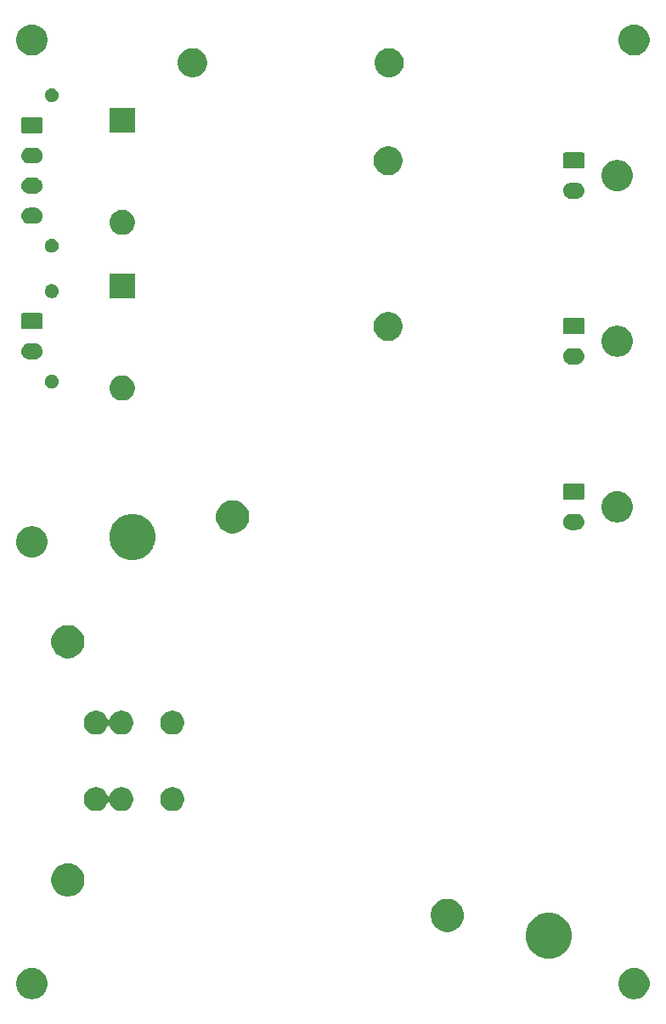
<source format=gbr>
G04 #@! TF.GenerationSoftware,KiCad,Pcbnew,(5.1.5)-3*
G04 #@! TF.CreationDate,2021-01-10T22:56:31-06:00*
G04 #@! TF.ProjectId,ContactorDriver,436f6e74-6163-4746-9f72-447269766572,rev?*
G04 #@! TF.SameCoordinates,Original*
G04 #@! TF.FileFunction,Soldermask,Bot*
G04 #@! TF.FilePolarity,Negative*
%FSLAX46Y46*%
G04 Gerber Fmt 4.6, Leading zero omitted, Abs format (unit mm)*
G04 Created by KiCad (PCBNEW (5.1.5)-3) date 2021-01-10 22:56:31*
%MOMM*%
%LPD*%
G04 APERTURE LIST*
%ADD10C,0.100000*%
G04 APERTURE END LIST*
D10*
G36*
X227302585Y-163478802D02*
G01*
X227452410Y-163508604D01*
X227734674Y-163625521D01*
X227988705Y-163795259D01*
X228204741Y-164011295D01*
X228374479Y-164265326D01*
X228491396Y-164547590D01*
X228551000Y-164847240D01*
X228551000Y-165152760D01*
X228491396Y-165452410D01*
X228374479Y-165734674D01*
X228204741Y-165988705D01*
X227988705Y-166204741D01*
X227734674Y-166374479D01*
X227452410Y-166491396D01*
X227302585Y-166521198D01*
X227152761Y-166551000D01*
X226847239Y-166551000D01*
X226697415Y-166521198D01*
X226547590Y-166491396D01*
X226265326Y-166374479D01*
X226011295Y-166204741D01*
X225795259Y-165988705D01*
X225625521Y-165734674D01*
X225508604Y-165452410D01*
X225449000Y-165152760D01*
X225449000Y-164847240D01*
X225508604Y-164547590D01*
X225625521Y-164265326D01*
X225795259Y-164011295D01*
X226011295Y-163795259D01*
X226265326Y-163625521D01*
X226547590Y-163508604D01*
X226697415Y-163478802D01*
X226847239Y-163449000D01*
X227152761Y-163449000D01*
X227302585Y-163478802D01*
G37*
G36*
X167302585Y-163478802D02*
G01*
X167452410Y-163508604D01*
X167734674Y-163625521D01*
X167988705Y-163795259D01*
X168204741Y-164011295D01*
X168374479Y-164265326D01*
X168491396Y-164547590D01*
X168551000Y-164847240D01*
X168551000Y-165152760D01*
X168491396Y-165452410D01*
X168374479Y-165734674D01*
X168204741Y-165988705D01*
X167988705Y-166204741D01*
X167734674Y-166374479D01*
X167452410Y-166491396D01*
X167302585Y-166521198D01*
X167152761Y-166551000D01*
X166847239Y-166551000D01*
X166697415Y-166521198D01*
X166547590Y-166491396D01*
X166265326Y-166374479D01*
X166011295Y-166204741D01*
X165795259Y-165988705D01*
X165625521Y-165734674D01*
X165508604Y-165452410D01*
X165449000Y-165152760D01*
X165449000Y-164847240D01*
X165508604Y-164547590D01*
X165625521Y-164265326D01*
X165795259Y-164011295D01*
X166011295Y-163795259D01*
X166265326Y-163625521D01*
X166547590Y-163508604D01*
X166697415Y-163478802D01*
X166847239Y-163449000D01*
X167152761Y-163449000D01*
X167302585Y-163478802D01*
G37*
G36*
X219171304Y-158037002D02*
G01*
X219590139Y-158210489D01*
X219590141Y-158210490D01*
X219779891Y-158337277D01*
X219967082Y-158462354D01*
X220287646Y-158782918D01*
X220539511Y-159159861D01*
X220712998Y-159578696D01*
X220801440Y-160023327D01*
X220801440Y-160476673D01*
X220712998Y-160921304D01*
X220539511Y-161340139D01*
X220539510Y-161340141D01*
X220287645Y-161717083D01*
X219967083Y-162037645D01*
X219590141Y-162289510D01*
X219590140Y-162289511D01*
X219590139Y-162289511D01*
X219171304Y-162462998D01*
X218726673Y-162551440D01*
X218273327Y-162551440D01*
X217828696Y-162462998D01*
X217409861Y-162289511D01*
X217409860Y-162289511D01*
X217409859Y-162289510D01*
X217032917Y-162037645D01*
X216712355Y-161717083D01*
X216460490Y-161340141D01*
X216460489Y-161340139D01*
X216287002Y-160921304D01*
X216198560Y-160476673D01*
X216198560Y-160023327D01*
X216287002Y-159578696D01*
X216460489Y-159159861D01*
X216712354Y-158782918D01*
X217032918Y-158462354D01*
X217220109Y-158337277D01*
X217409859Y-158210490D01*
X217409861Y-158210489D01*
X217828696Y-158037002D01*
X218273327Y-157948560D01*
X218726673Y-157948560D01*
X219171304Y-158037002D01*
G37*
G36*
X208775256Y-156591298D02*
G01*
X208881579Y-156612447D01*
X209182042Y-156736903D01*
X209452451Y-156917585D01*
X209682415Y-157147549D01*
X209682416Y-157147551D01*
X209863098Y-157417960D01*
X209987553Y-157718422D01*
X210051000Y-158037389D01*
X210051000Y-158362611D01*
X210008702Y-158575256D01*
X209987553Y-158681579D01*
X209863097Y-158982042D01*
X209682415Y-159252451D01*
X209452451Y-159482415D01*
X209182042Y-159663097D01*
X208881579Y-159787553D01*
X208775256Y-159808702D01*
X208562611Y-159851000D01*
X208237389Y-159851000D01*
X208024744Y-159808702D01*
X207918421Y-159787553D01*
X207617958Y-159663097D01*
X207347549Y-159482415D01*
X207117585Y-159252451D01*
X206936903Y-158982042D01*
X206812447Y-158681579D01*
X206791298Y-158575256D01*
X206749000Y-158362611D01*
X206749000Y-158037389D01*
X206812447Y-157718422D01*
X206936902Y-157417960D01*
X207117584Y-157147551D01*
X207117585Y-157147549D01*
X207347549Y-156917585D01*
X207617958Y-156736903D01*
X207918421Y-156612447D01*
X208024744Y-156591298D01*
X208237389Y-156549000D01*
X208562611Y-156549000D01*
X208775256Y-156591298D01*
G37*
G36*
X170955256Y-153071298D02*
G01*
X171061579Y-153092447D01*
X171362042Y-153216903D01*
X171632451Y-153397585D01*
X171862415Y-153627549D01*
X172043097Y-153897958D01*
X172167553Y-154198421D01*
X172231000Y-154517391D01*
X172231000Y-154842609D01*
X172167553Y-155161579D01*
X172043097Y-155462042D01*
X171862415Y-155732451D01*
X171632451Y-155962415D01*
X171362042Y-156143097D01*
X171061579Y-156267553D01*
X170955256Y-156288702D01*
X170742611Y-156331000D01*
X170417389Y-156331000D01*
X170204744Y-156288702D01*
X170098421Y-156267553D01*
X169797958Y-156143097D01*
X169527549Y-155962415D01*
X169297585Y-155732451D01*
X169116903Y-155462042D01*
X168992447Y-155161579D01*
X168929000Y-154842609D01*
X168929000Y-154517391D01*
X168992447Y-154198421D01*
X169116903Y-153897958D01*
X169297585Y-153627549D01*
X169527549Y-153397585D01*
X169797958Y-153216903D01*
X170098421Y-153092447D01*
X170204744Y-153071298D01*
X170417389Y-153029000D01*
X170742611Y-153029000D01*
X170955256Y-153071298D01*
G37*
G36*
X173728276Y-145471884D02*
G01*
X173945569Y-145561890D01*
X173945571Y-145561891D01*
X174141130Y-145692560D01*
X174307440Y-145858870D01*
X174438110Y-146054431D01*
X174529513Y-146275097D01*
X174534516Y-146291589D01*
X174546067Y-146313199D01*
X174561613Y-146332141D01*
X174580555Y-146347686D01*
X174602165Y-146359237D01*
X174625614Y-146366350D01*
X174650000Y-146368752D01*
X174674387Y-146366350D01*
X174697836Y-146359237D01*
X174719446Y-146347686D01*
X174738388Y-146332140D01*
X174753933Y-146313198D01*
X174765484Y-146291588D01*
X174770486Y-146275098D01*
X174861890Y-146054431D01*
X174992560Y-145858870D01*
X175158870Y-145692560D01*
X175354429Y-145561891D01*
X175354431Y-145561890D01*
X175571724Y-145471884D01*
X175802400Y-145426000D01*
X176037600Y-145426000D01*
X176268276Y-145471884D01*
X176485569Y-145561890D01*
X176485571Y-145561891D01*
X176681130Y-145692560D01*
X176847440Y-145858870D01*
X176978110Y-146054431D01*
X177068116Y-146271724D01*
X177114000Y-146502400D01*
X177114000Y-146737600D01*
X177068116Y-146968276D01*
X176978110Y-147185569D01*
X176978109Y-147185571D01*
X176847440Y-147381130D01*
X176681130Y-147547440D01*
X176485571Y-147678109D01*
X176485570Y-147678110D01*
X176485569Y-147678110D01*
X176268276Y-147768116D01*
X176037600Y-147814000D01*
X175802400Y-147814000D01*
X175571724Y-147768116D01*
X175354431Y-147678110D01*
X175354430Y-147678110D01*
X175354429Y-147678109D01*
X175158870Y-147547440D01*
X174992560Y-147381130D01*
X174861891Y-147185571D01*
X174771885Y-146968277D01*
X174770487Y-146964903D01*
X174765484Y-146948411D01*
X174753933Y-146926801D01*
X174738387Y-146907859D01*
X174719445Y-146892314D01*
X174697835Y-146880763D01*
X174674386Y-146873650D01*
X174650000Y-146871248D01*
X174625613Y-146873650D01*
X174602164Y-146880763D01*
X174580554Y-146892314D01*
X174561612Y-146907860D01*
X174546067Y-146926802D01*
X174534516Y-146948412D01*
X174529514Y-146964902D01*
X174438110Y-147185569D01*
X174438109Y-147185571D01*
X174307440Y-147381130D01*
X174141130Y-147547440D01*
X173945571Y-147678109D01*
X173945570Y-147678110D01*
X173945569Y-147678110D01*
X173728276Y-147768116D01*
X173497600Y-147814000D01*
X173262400Y-147814000D01*
X173031724Y-147768116D01*
X172814431Y-147678110D01*
X172814430Y-147678110D01*
X172814429Y-147678109D01*
X172618870Y-147547440D01*
X172452560Y-147381130D01*
X172321891Y-147185571D01*
X172321890Y-147185569D01*
X172231884Y-146968276D01*
X172186000Y-146737600D01*
X172186000Y-146502400D01*
X172231884Y-146271724D01*
X172321890Y-146054431D01*
X172452560Y-145858870D01*
X172618870Y-145692560D01*
X172814429Y-145561891D01*
X172814431Y-145561890D01*
X173031724Y-145471884D01*
X173262400Y-145426000D01*
X173497600Y-145426000D01*
X173728276Y-145471884D01*
G37*
G36*
X181348276Y-145471884D02*
G01*
X181565569Y-145561890D01*
X181565571Y-145561891D01*
X181761130Y-145692560D01*
X181927440Y-145858870D01*
X182058110Y-146054431D01*
X182148116Y-146271724D01*
X182194000Y-146502400D01*
X182194000Y-146737600D01*
X182148116Y-146968276D01*
X182058110Y-147185569D01*
X182058109Y-147185571D01*
X181927440Y-147381130D01*
X181761130Y-147547440D01*
X181565571Y-147678109D01*
X181565570Y-147678110D01*
X181565569Y-147678110D01*
X181348276Y-147768116D01*
X181117600Y-147814000D01*
X180882400Y-147814000D01*
X180651724Y-147768116D01*
X180434431Y-147678110D01*
X180434430Y-147678110D01*
X180434429Y-147678109D01*
X180238870Y-147547440D01*
X180072560Y-147381130D01*
X179941891Y-147185571D01*
X179941890Y-147185569D01*
X179851884Y-146968276D01*
X179806000Y-146737600D01*
X179806000Y-146502400D01*
X179851884Y-146271724D01*
X179941890Y-146054431D01*
X180072560Y-145858870D01*
X180238870Y-145692560D01*
X180434429Y-145561891D01*
X180434431Y-145561890D01*
X180651724Y-145471884D01*
X180882400Y-145426000D01*
X181117600Y-145426000D01*
X181348276Y-145471884D01*
G37*
G36*
X181348276Y-137851884D02*
G01*
X181565569Y-137941890D01*
X181565571Y-137941891D01*
X181761130Y-138072560D01*
X181927440Y-138238870D01*
X182058110Y-138434431D01*
X182148116Y-138651724D01*
X182194000Y-138882400D01*
X182194000Y-139117600D01*
X182148116Y-139348276D01*
X182058110Y-139565569D01*
X182058109Y-139565571D01*
X181927440Y-139761130D01*
X181761130Y-139927440D01*
X181565571Y-140058109D01*
X181565570Y-140058110D01*
X181565569Y-140058110D01*
X181348276Y-140148116D01*
X181117600Y-140194000D01*
X180882400Y-140194000D01*
X180651724Y-140148116D01*
X180434431Y-140058110D01*
X180434430Y-140058110D01*
X180434429Y-140058109D01*
X180238870Y-139927440D01*
X180072560Y-139761130D01*
X179941891Y-139565571D01*
X179941890Y-139565569D01*
X179851884Y-139348276D01*
X179806000Y-139117600D01*
X179806000Y-138882400D01*
X179851884Y-138651724D01*
X179941890Y-138434431D01*
X180072560Y-138238870D01*
X180238870Y-138072560D01*
X180434429Y-137941891D01*
X180434431Y-137941890D01*
X180651724Y-137851884D01*
X180882400Y-137806000D01*
X181117600Y-137806000D01*
X181348276Y-137851884D01*
G37*
G36*
X173728276Y-137851884D02*
G01*
X173945569Y-137941890D01*
X173945571Y-137941891D01*
X174141130Y-138072560D01*
X174307440Y-138238870D01*
X174438110Y-138434431D01*
X174529513Y-138655097D01*
X174534516Y-138671589D01*
X174546067Y-138693199D01*
X174561613Y-138712141D01*
X174580555Y-138727686D01*
X174602165Y-138739237D01*
X174625614Y-138746350D01*
X174650000Y-138748752D01*
X174674387Y-138746350D01*
X174697836Y-138739237D01*
X174719446Y-138727686D01*
X174738388Y-138712140D01*
X174753933Y-138693198D01*
X174765484Y-138671588D01*
X174770486Y-138655098D01*
X174861890Y-138434431D01*
X174992560Y-138238870D01*
X175158870Y-138072560D01*
X175354429Y-137941891D01*
X175354431Y-137941890D01*
X175571724Y-137851884D01*
X175802400Y-137806000D01*
X176037600Y-137806000D01*
X176268276Y-137851884D01*
X176485569Y-137941890D01*
X176485571Y-137941891D01*
X176681130Y-138072560D01*
X176847440Y-138238870D01*
X176978110Y-138434431D01*
X177068116Y-138651724D01*
X177114000Y-138882400D01*
X177114000Y-139117600D01*
X177068116Y-139348276D01*
X176978110Y-139565569D01*
X176978109Y-139565571D01*
X176847440Y-139761130D01*
X176681130Y-139927440D01*
X176485571Y-140058109D01*
X176485570Y-140058110D01*
X176485569Y-140058110D01*
X176268276Y-140148116D01*
X176037600Y-140194000D01*
X175802400Y-140194000D01*
X175571724Y-140148116D01*
X175354431Y-140058110D01*
X175354430Y-140058110D01*
X175354429Y-140058109D01*
X175158870Y-139927440D01*
X174992560Y-139761130D01*
X174861891Y-139565571D01*
X174771885Y-139348277D01*
X174770487Y-139344903D01*
X174765484Y-139328411D01*
X174753933Y-139306801D01*
X174738387Y-139287859D01*
X174719445Y-139272314D01*
X174697835Y-139260763D01*
X174674386Y-139253650D01*
X174650000Y-139251248D01*
X174625613Y-139253650D01*
X174602164Y-139260763D01*
X174580554Y-139272314D01*
X174561612Y-139287860D01*
X174546067Y-139306802D01*
X174534516Y-139328412D01*
X174529514Y-139344902D01*
X174438110Y-139565569D01*
X174438109Y-139565571D01*
X174307440Y-139761130D01*
X174141130Y-139927440D01*
X173945571Y-140058109D01*
X173945570Y-140058110D01*
X173945569Y-140058110D01*
X173728276Y-140148116D01*
X173497600Y-140194000D01*
X173262400Y-140194000D01*
X173031724Y-140148116D01*
X172814431Y-140058110D01*
X172814430Y-140058110D01*
X172814429Y-140058109D01*
X172618870Y-139927440D01*
X172452560Y-139761130D01*
X172321891Y-139565571D01*
X172321890Y-139565569D01*
X172231884Y-139348276D01*
X172186000Y-139117600D01*
X172186000Y-138882400D01*
X172231884Y-138651724D01*
X172321890Y-138434431D01*
X172452560Y-138238870D01*
X172618870Y-138072560D01*
X172814429Y-137941891D01*
X172814431Y-137941890D01*
X173031724Y-137851884D01*
X173262400Y-137806000D01*
X173497600Y-137806000D01*
X173728276Y-137851884D01*
G37*
G36*
X170955256Y-129331298D02*
G01*
X171061579Y-129352447D01*
X171362042Y-129476903D01*
X171632451Y-129657585D01*
X171862415Y-129887549D01*
X172043097Y-130157958D01*
X172167553Y-130458421D01*
X172231000Y-130777391D01*
X172231000Y-131102609D01*
X172167553Y-131421579D01*
X172043097Y-131722042D01*
X171862415Y-131992451D01*
X171632451Y-132222415D01*
X171362042Y-132403097D01*
X171061579Y-132527553D01*
X170955256Y-132548702D01*
X170742611Y-132591000D01*
X170417389Y-132591000D01*
X170204744Y-132548702D01*
X170098421Y-132527553D01*
X169797958Y-132403097D01*
X169527549Y-132222415D01*
X169297585Y-131992451D01*
X169116903Y-131722042D01*
X168992447Y-131421579D01*
X168929000Y-131102609D01*
X168929000Y-130777391D01*
X168992447Y-130458421D01*
X169116903Y-130157958D01*
X169297585Y-129887549D01*
X169527549Y-129657585D01*
X169797958Y-129476903D01*
X170098421Y-129352447D01*
X170204744Y-129331298D01*
X170417389Y-129289000D01*
X170742611Y-129289000D01*
X170955256Y-129331298D01*
G37*
G36*
X177671304Y-118287002D02*
G01*
X178018625Y-118430867D01*
X178090141Y-118460490D01*
X178228345Y-118552835D01*
X178455687Y-118704740D01*
X178467083Y-118712355D01*
X178787645Y-119032917D01*
X178971459Y-119308013D01*
X179039511Y-119409861D01*
X179212998Y-119828696D01*
X179301440Y-120273327D01*
X179301440Y-120726673D01*
X179212998Y-121171304D01*
X179096560Y-121452410D01*
X179039510Y-121590141D01*
X178787645Y-121967083D01*
X178467083Y-122287645D01*
X178090141Y-122539510D01*
X178090140Y-122539511D01*
X178090139Y-122539511D01*
X177671304Y-122712998D01*
X177226673Y-122801440D01*
X176773327Y-122801440D01*
X176328696Y-122712998D01*
X175909861Y-122539511D01*
X175909860Y-122539511D01*
X175909859Y-122539510D01*
X175532917Y-122287645D01*
X175212355Y-121967083D01*
X174960490Y-121590141D01*
X174903440Y-121452410D01*
X174787002Y-121171304D01*
X174698560Y-120726673D01*
X174698560Y-120273327D01*
X174787002Y-119828696D01*
X174960489Y-119409861D01*
X175028542Y-119308013D01*
X175212355Y-119032917D01*
X175532917Y-118712355D01*
X175544314Y-118704740D01*
X175771655Y-118552835D01*
X175909859Y-118460490D01*
X175981375Y-118430867D01*
X176328696Y-118287002D01*
X176773327Y-118198560D01*
X177226673Y-118198560D01*
X177671304Y-118287002D01*
G37*
G36*
X167302585Y-119478802D02*
G01*
X167452410Y-119508604D01*
X167734674Y-119625521D01*
X167988705Y-119795259D01*
X168204741Y-120011295D01*
X168374479Y-120265326D01*
X168491396Y-120547590D01*
X168491396Y-120547591D01*
X168551000Y-120847239D01*
X168551000Y-121152761D01*
X168547311Y-121171305D01*
X168491396Y-121452410D01*
X168374479Y-121734674D01*
X168204741Y-121988705D01*
X167988705Y-122204741D01*
X167734674Y-122374479D01*
X167452410Y-122491396D01*
X167302585Y-122521198D01*
X167152761Y-122551000D01*
X166847239Y-122551000D01*
X166697415Y-122521198D01*
X166547590Y-122491396D01*
X166265326Y-122374479D01*
X166011295Y-122204741D01*
X165795259Y-121988705D01*
X165625521Y-121734674D01*
X165508604Y-121452410D01*
X165452689Y-121171305D01*
X165449000Y-121152761D01*
X165449000Y-120847239D01*
X165508604Y-120547591D01*
X165508604Y-120547590D01*
X165625521Y-120265326D01*
X165795259Y-120011295D01*
X166011295Y-119795259D01*
X166265326Y-119625521D01*
X166547590Y-119508604D01*
X166697415Y-119478802D01*
X166847239Y-119449000D01*
X167152761Y-119449000D01*
X167302585Y-119478802D01*
G37*
G36*
X187375256Y-116891298D02*
G01*
X187481579Y-116912447D01*
X187782042Y-117036903D01*
X188052451Y-117217585D01*
X188282415Y-117447549D01*
X188463097Y-117717958D01*
X188463098Y-117717960D01*
X188587553Y-118018422D01*
X188651000Y-118337389D01*
X188651000Y-118662611D01*
X188641105Y-118712354D01*
X188587553Y-118981579D01*
X188463097Y-119282042D01*
X188282415Y-119552451D01*
X188052451Y-119782415D01*
X187782042Y-119963097D01*
X187481579Y-120087553D01*
X187375256Y-120108702D01*
X187162611Y-120151000D01*
X186837389Y-120151000D01*
X186624744Y-120108702D01*
X186518421Y-120087553D01*
X186217958Y-119963097D01*
X185947549Y-119782415D01*
X185717585Y-119552451D01*
X185536903Y-119282042D01*
X185412447Y-118981579D01*
X185358895Y-118712354D01*
X185349000Y-118662611D01*
X185349000Y-118337389D01*
X185412447Y-118018422D01*
X185536902Y-117717960D01*
X185536903Y-117717958D01*
X185717585Y-117447549D01*
X185947549Y-117217585D01*
X186217958Y-117036903D01*
X186518421Y-116912447D01*
X186624744Y-116891298D01*
X186837389Y-116849000D01*
X187162611Y-116849000D01*
X187375256Y-116891298D01*
G37*
G36*
X221338571Y-118202863D02*
G01*
X221417023Y-118210590D01*
X221496417Y-118234674D01*
X221568013Y-118256392D01*
X221707165Y-118330771D01*
X221829133Y-118430867D01*
X221929229Y-118552835D01*
X222003608Y-118691987D01*
X222007477Y-118704741D01*
X222049410Y-118842977D01*
X222064875Y-119000000D01*
X222049410Y-119157023D01*
X222018875Y-119257682D01*
X222003608Y-119308013D01*
X221929229Y-119447165D01*
X221829133Y-119569133D01*
X221707165Y-119669229D01*
X221568013Y-119743608D01*
X221517682Y-119758875D01*
X221417023Y-119789410D01*
X221338571Y-119797137D01*
X221299346Y-119801000D01*
X220700654Y-119801000D01*
X220661429Y-119797137D01*
X220582977Y-119789410D01*
X220482318Y-119758875D01*
X220431987Y-119743608D01*
X220292835Y-119669229D01*
X220170867Y-119569133D01*
X220070771Y-119447165D01*
X219996392Y-119308013D01*
X219981125Y-119257682D01*
X219950590Y-119157023D01*
X219935125Y-119000000D01*
X219950590Y-118842977D01*
X219992523Y-118704741D01*
X219996392Y-118691987D01*
X220070771Y-118552835D01*
X220170867Y-118430867D01*
X220292835Y-118330771D01*
X220431987Y-118256392D01*
X220503583Y-118234674D01*
X220582977Y-118210590D01*
X220661429Y-118202863D01*
X220700654Y-118199000D01*
X221299346Y-118199000D01*
X221338571Y-118202863D01*
G37*
G36*
X225622585Y-115978802D02*
G01*
X225772410Y-116008604D01*
X226054674Y-116125521D01*
X226308705Y-116295259D01*
X226524741Y-116511295D01*
X226694479Y-116765326D01*
X226811396Y-117047590D01*
X226871000Y-117347240D01*
X226871000Y-117652760D01*
X226811396Y-117952410D01*
X226694479Y-118234674D01*
X226524741Y-118488705D01*
X226308705Y-118704741D01*
X226054674Y-118874479D01*
X225772410Y-118991396D01*
X225622585Y-119021198D01*
X225472761Y-119051000D01*
X225167239Y-119051000D01*
X225017415Y-119021198D01*
X224867590Y-118991396D01*
X224585326Y-118874479D01*
X224331295Y-118704741D01*
X224115259Y-118488705D01*
X223945521Y-118234674D01*
X223828604Y-117952410D01*
X223769000Y-117652760D01*
X223769000Y-117347240D01*
X223828604Y-117047590D01*
X223945521Y-116765326D01*
X224115259Y-116511295D01*
X224331295Y-116295259D01*
X224585326Y-116125521D01*
X224867590Y-116008604D01*
X225017415Y-115978802D01*
X225167239Y-115949000D01*
X225472761Y-115949000D01*
X225622585Y-115978802D01*
G37*
G36*
X221913048Y-115203122D02*
G01*
X221947387Y-115213539D01*
X221979036Y-115230456D01*
X222006778Y-115253222D01*
X222029544Y-115280964D01*
X222046461Y-115312613D01*
X222056878Y-115346952D01*
X222061000Y-115388807D01*
X222061000Y-116611193D01*
X222056878Y-116653048D01*
X222046461Y-116687387D01*
X222029544Y-116719036D01*
X222006778Y-116746778D01*
X221979036Y-116769544D01*
X221947387Y-116786461D01*
X221913048Y-116796878D01*
X221871193Y-116801000D01*
X220128807Y-116801000D01*
X220086952Y-116796878D01*
X220052613Y-116786461D01*
X220020964Y-116769544D01*
X219993222Y-116746778D01*
X219970456Y-116719036D01*
X219953539Y-116687387D01*
X219943122Y-116653048D01*
X219939000Y-116611193D01*
X219939000Y-115388807D01*
X219943122Y-115346952D01*
X219953539Y-115312613D01*
X219970456Y-115280964D01*
X219993222Y-115253222D01*
X220020964Y-115230456D01*
X220052613Y-115213539D01*
X220086952Y-115203122D01*
X220128807Y-115199000D01*
X221871193Y-115199000D01*
X221913048Y-115203122D01*
G37*
G36*
X176364903Y-104457075D02*
G01*
X176592571Y-104551378D01*
X176797466Y-104688285D01*
X176971715Y-104862534D01*
X177108622Y-105067429D01*
X177108623Y-105067431D01*
X177108679Y-105067566D01*
X177202925Y-105295097D01*
X177251000Y-105536787D01*
X177251000Y-105783213D01*
X177202925Y-106024903D01*
X177108622Y-106252571D01*
X176971715Y-106457466D01*
X176797466Y-106631715D01*
X176592571Y-106768622D01*
X176592570Y-106768623D01*
X176592569Y-106768623D01*
X176364903Y-106862925D01*
X176123214Y-106911000D01*
X175876786Y-106911000D01*
X175635097Y-106862925D01*
X175407431Y-106768623D01*
X175407430Y-106768623D01*
X175407429Y-106768622D01*
X175202534Y-106631715D01*
X175028285Y-106457466D01*
X174891378Y-106252571D01*
X174797075Y-106024903D01*
X174749000Y-105783213D01*
X174749000Y-105536787D01*
X174797075Y-105295097D01*
X174891321Y-105067566D01*
X174891377Y-105067431D01*
X174891378Y-105067429D01*
X175028285Y-104862534D01*
X175202534Y-104688285D01*
X175407429Y-104551378D01*
X175635097Y-104457075D01*
X175876786Y-104409000D01*
X176123214Y-104409000D01*
X176364903Y-104457075D01*
G37*
G36*
X169160098Y-104340362D02*
G01*
X169284941Y-104392074D01*
X169284943Y-104392075D01*
X169310273Y-104409000D01*
X169397299Y-104467149D01*
X169492851Y-104562701D01*
X169567926Y-104675059D01*
X169619638Y-104799902D01*
X169646000Y-104932434D01*
X169646000Y-105067566D01*
X169619638Y-105200098D01*
X169580288Y-105295097D01*
X169567925Y-105324943D01*
X169492851Y-105437299D01*
X169397299Y-105532851D01*
X169284943Y-105607925D01*
X169284942Y-105607926D01*
X169284941Y-105607926D01*
X169160098Y-105659638D01*
X169027566Y-105686000D01*
X168892434Y-105686000D01*
X168759902Y-105659638D01*
X168635059Y-105607926D01*
X168635058Y-105607926D01*
X168635057Y-105607925D01*
X168522701Y-105532851D01*
X168427149Y-105437299D01*
X168352075Y-105324943D01*
X168339712Y-105295097D01*
X168300362Y-105200098D01*
X168274000Y-105067566D01*
X168274000Y-104932434D01*
X168300362Y-104799902D01*
X168352074Y-104675059D01*
X168427149Y-104562701D01*
X168522701Y-104467149D01*
X168609727Y-104409000D01*
X168635057Y-104392075D01*
X168635059Y-104392074D01*
X168759902Y-104340362D01*
X168892434Y-104314000D01*
X169027566Y-104314000D01*
X169160098Y-104340362D01*
G37*
G36*
X221338571Y-101702863D02*
G01*
X221417023Y-101710590D01*
X221496417Y-101734674D01*
X221568013Y-101756392D01*
X221707165Y-101830771D01*
X221829133Y-101930867D01*
X221929229Y-102052835D01*
X222003608Y-102191987D01*
X222007477Y-102204741D01*
X222049410Y-102342977D01*
X222064875Y-102500000D01*
X222049410Y-102657023D01*
X222045707Y-102669229D01*
X222003608Y-102808013D01*
X221929229Y-102947165D01*
X221829133Y-103069133D01*
X221707165Y-103169229D01*
X221568013Y-103243608D01*
X221517682Y-103258875D01*
X221417023Y-103289410D01*
X221338571Y-103297137D01*
X221299346Y-103301000D01*
X220700654Y-103301000D01*
X220661429Y-103297137D01*
X220582977Y-103289410D01*
X220482318Y-103258875D01*
X220431987Y-103243608D01*
X220292835Y-103169229D01*
X220170867Y-103069133D01*
X220070771Y-102947165D01*
X219996392Y-102808013D01*
X219954293Y-102669229D01*
X219950590Y-102657023D01*
X219935125Y-102500000D01*
X219950590Y-102342977D01*
X219992523Y-102204741D01*
X219996392Y-102191987D01*
X220070771Y-102052835D01*
X220170867Y-101930867D01*
X220292835Y-101830771D01*
X220431987Y-101756392D01*
X220503583Y-101734674D01*
X220582977Y-101710590D01*
X220661429Y-101702863D01*
X220700654Y-101699000D01*
X221299346Y-101699000D01*
X221338571Y-101702863D01*
G37*
G36*
X167338571Y-101202863D02*
G01*
X167417023Y-101210590D01*
X167517682Y-101241125D01*
X167568013Y-101256392D01*
X167707165Y-101330771D01*
X167829133Y-101430867D01*
X167929229Y-101552835D01*
X168003608Y-101691987D01*
X168003608Y-101691988D01*
X168049410Y-101842977D01*
X168064875Y-102000000D01*
X168049410Y-102157023D01*
X168038803Y-102191988D01*
X168003608Y-102308013D01*
X167929229Y-102447165D01*
X167829133Y-102569133D01*
X167707165Y-102669229D01*
X167568013Y-102743608D01*
X167517682Y-102758875D01*
X167417023Y-102789410D01*
X167338571Y-102797137D01*
X167299346Y-102801000D01*
X166700654Y-102801000D01*
X166661429Y-102797137D01*
X166582977Y-102789410D01*
X166482318Y-102758875D01*
X166431987Y-102743608D01*
X166292835Y-102669229D01*
X166170867Y-102569133D01*
X166070771Y-102447165D01*
X165996392Y-102308013D01*
X165961197Y-102191988D01*
X165950590Y-102157023D01*
X165935125Y-102000000D01*
X165950590Y-101842977D01*
X165996392Y-101691988D01*
X165996392Y-101691987D01*
X166070771Y-101552835D01*
X166170867Y-101430867D01*
X166292835Y-101330771D01*
X166431987Y-101256392D01*
X166482318Y-101241125D01*
X166582977Y-101210590D01*
X166661429Y-101202863D01*
X166700654Y-101199000D01*
X167299346Y-101199000D01*
X167338571Y-101202863D01*
G37*
G36*
X225622585Y-99478802D02*
G01*
X225772410Y-99508604D01*
X226054674Y-99625521D01*
X226308705Y-99795259D01*
X226524741Y-100011295D01*
X226694479Y-100265326D01*
X226811396Y-100547590D01*
X226871000Y-100847240D01*
X226871000Y-101152760D01*
X226811396Y-101452410D01*
X226694479Y-101734674D01*
X226524741Y-101988705D01*
X226308705Y-102204741D01*
X226054674Y-102374479D01*
X225772410Y-102491396D01*
X225622585Y-102521198D01*
X225472761Y-102551000D01*
X225167239Y-102551000D01*
X225017415Y-102521198D01*
X224867590Y-102491396D01*
X224585326Y-102374479D01*
X224331295Y-102204741D01*
X224115259Y-101988705D01*
X223945521Y-101734674D01*
X223828604Y-101452410D01*
X223769000Y-101152760D01*
X223769000Y-100847240D01*
X223828604Y-100547590D01*
X223945521Y-100265326D01*
X224115259Y-100011295D01*
X224331295Y-99795259D01*
X224585326Y-99625521D01*
X224867590Y-99508604D01*
X225017415Y-99478802D01*
X225167239Y-99449000D01*
X225472761Y-99449000D01*
X225622585Y-99478802D01*
G37*
G36*
X202923241Y-98129760D02*
G01*
X203187305Y-98239139D01*
X203424958Y-98397934D01*
X203627066Y-98600042D01*
X203785861Y-98837695D01*
X203895240Y-99101759D01*
X203951000Y-99382088D01*
X203951000Y-99667912D01*
X203895240Y-99948241D01*
X203785861Y-100212305D01*
X203627066Y-100449958D01*
X203424958Y-100652066D01*
X203187305Y-100810861D01*
X202923241Y-100920240D01*
X202642912Y-100976000D01*
X202357088Y-100976000D01*
X202076759Y-100920240D01*
X201812695Y-100810861D01*
X201575042Y-100652066D01*
X201372934Y-100449958D01*
X201214139Y-100212305D01*
X201104760Y-99948241D01*
X201049000Y-99667912D01*
X201049000Y-99382088D01*
X201104760Y-99101759D01*
X201214139Y-98837695D01*
X201372934Y-98600042D01*
X201575042Y-98397934D01*
X201812695Y-98239139D01*
X202076759Y-98129760D01*
X202357088Y-98074000D01*
X202642912Y-98074000D01*
X202923241Y-98129760D01*
G37*
G36*
X221913048Y-98703122D02*
G01*
X221947387Y-98713539D01*
X221979036Y-98730456D01*
X222006778Y-98753222D01*
X222029544Y-98780964D01*
X222046461Y-98812613D01*
X222056878Y-98846952D01*
X222061000Y-98888807D01*
X222061000Y-100111193D01*
X222056878Y-100153048D01*
X222046461Y-100187387D01*
X222029544Y-100219036D01*
X222006778Y-100246778D01*
X221979036Y-100269544D01*
X221947387Y-100286461D01*
X221913048Y-100296878D01*
X221871193Y-100301000D01*
X220128807Y-100301000D01*
X220086952Y-100296878D01*
X220052613Y-100286461D01*
X220020964Y-100269544D01*
X219993222Y-100246778D01*
X219970456Y-100219036D01*
X219953539Y-100187387D01*
X219943122Y-100153048D01*
X219939000Y-100111193D01*
X219939000Y-98888807D01*
X219943122Y-98846952D01*
X219953539Y-98812613D01*
X219970456Y-98780964D01*
X219993222Y-98753222D01*
X220020964Y-98730456D01*
X220052613Y-98713539D01*
X220086952Y-98703122D01*
X220128807Y-98699000D01*
X221871193Y-98699000D01*
X221913048Y-98703122D01*
G37*
G36*
X167913048Y-98203122D02*
G01*
X167947387Y-98213539D01*
X167979036Y-98230456D01*
X168006778Y-98253222D01*
X168029544Y-98280964D01*
X168046461Y-98312613D01*
X168056878Y-98346952D01*
X168061000Y-98388807D01*
X168061000Y-99611193D01*
X168056878Y-99653048D01*
X168046461Y-99687387D01*
X168029544Y-99719036D01*
X168006778Y-99746778D01*
X167979036Y-99769544D01*
X167947387Y-99786461D01*
X167913048Y-99796878D01*
X167871193Y-99801000D01*
X166128807Y-99801000D01*
X166086952Y-99796878D01*
X166052613Y-99786461D01*
X166020964Y-99769544D01*
X165993222Y-99746778D01*
X165970456Y-99719036D01*
X165953539Y-99687387D01*
X165943122Y-99653048D01*
X165939000Y-99611193D01*
X165939000Y-98388807D01*
X165943122Y-98346952D01*
X165953539Y-98312613D01*
X165970456Y-98280964D01*
X165993222Y-98253222D01*
X166020964Y-98230456D01*
X166052613Y-98213539D01*
X166086952Y-98203122D01*
X166128807Y-98199000D01*
X167871193Y-98199000D01*
X167913048Y-98203122D01*
G37*
G36*
X177251000Y-96751000D02*
G01*
X174749000Y-96751000D01*
X174749000Y-94249000D01*
X177251000Y-94249000D01*
X177251000Y-96751000D01*
G37*
G36*
X169160098Y-95340362D02*
G01*
X169284941Y-95392074D01*
X169284943Y-95392075D01*
X169397299Y-95467149D01*
X169492851Y-95562701D01*
X169567926Y-95675059D01*
X169619638Y-95799902D01*
X169646000Y-95932434D01*
X169646000Y-96067566D01*
X169619638Y-96200098D01*
X169567926Y-96324941D01*
X169567925Y-96324943D01*
X169492851Y-96437299D01*
X169397299Y-96532851D01*
X169284943Y-96607925D01*
X169284942Y-96607926D01*
X169284941Y-96607926D01*
X169160098Y-96659638D01*
X169027566Y-96686000D01*
X168892434Y-96686000D01*
X168759902Y-96659638D01*
X168635059Y-96607926D01*
X168635058Y-96607926D01*
X168635057Y-96607925D01*
X168522701Y-96532851D01*
X168427149Y-96437299D01*
X168352075Y-96324943D01*
X168352074Y-96324941D01*
X168300362Y-96200098D01*
X168274000Y-96067566D01*
X168274000Y-95932434D01*
X168300362Y-95799902D01*
X168352074Y-95675059D01*
X168427149Y-95562701D01*
X168522701Y-95467149D01*
X168635057Y-95392075D01*
X168635059Y-95392074D01*
X168759902Y-95340362D01*
X168892434Y-95314000D01*
X169027566Y-95314000D01*
X169160098Y-95340362D01*
G37*
G36*
X169160098Y-90840362D02*
G01*
X169284941Y-90892074D01*
X169284943Y-90892075D01*
X169397299Y-90967149D01*
X169492851Y-91062701D01*
X169567926Y-91175059D01*
X169619638Y-91299902D01*
X169646000Y-91432434D01*
X169646000Y-91567566D01*
X169619638Y-91700098D01*
X169567926Y-91824941D01*
X169567925Y-91824943D01*
X169492851Y-91937299D01*
X169397299Y-92032851D01*
X169284943Y-92107925D01*
X169284942Y-92107926D01*
X169284941Y-92107926D01*
X169160098Y-92159638D01*
X169027566Y-92186000D01*
X168892434Y-92186000D01*
X168759902Y-92159638D01*
X168635059Y-92107926D01*
X168635058Y-92107926D01*
X168635057Y-92107925D01*
X168522701Y-92032851D01*
X168427149Y-91937299D01*
X168352075Y-91824943D01*
X168352074Y-91824941D01*
X168300362Y-91700098D01*
X168274000Y-91567566D01*
X168274000Y-91432434D01*
X168300362Y-91299902D01*
X168352074Y-91175059D01*
X168427149Y-91062701D01*
X168522701Y-90967149D01*
X168635057Y-90892075D01*
X168635059Y-90892074D01*
X168759902Y-90840362D01*
X168892434Y-90814000D01*
X169027566Y-90814000D01*
X169160098Y-90840362D01*
G37*
G36*
X176364903Y-87957075D02*
G01*
X176592571Y-88051378D01*
X176797466Y-88188285D01*
X176971715Y-88362534D01*
X176971716Y-88362536D01*
X177108623Y-88567431D01*
X177202925Y-88795097D01*
X177251000Y-89036786D01*
X177251000Y-89283214D01*
X177247462Y-89301000D01*
X177202925Y-89524903D01*
X177108622Y-89752571D01*
X176971715Y-89957466D01*
X176797466Y-90131715D01*
X176592571Y-90268622D01*
X176592570Y-90268623D01*
X176592569Y-90268623D01*
X176364903Y-90362925D01*
X176123214Y-90411000D01*
X175876786Y-90411000D01*
X175635097Y-90362925D01*
X175407431Y-90268623D01*
X175407430Y-90268623D01*
X175407429Y-90268622D01*
X175202534Y-90131715D01*
X175028285Y-89957466D01*
X174891378Y-89752571D01*
X174797075Y-89524903D01*
X174752538Y-89301000D01*
X174749000Y-89283214D01*
X174749000Y-89036786D01*
X174797075Y-88795097D01*
X174891377Y-88567431D01*
X175028284Y-88362536D01*
X175028285Y-88362534D01*
X175202534Y-88188285D01*
X175407429Y-88051378D01*
X175635097Y-87957075D01*
X175876786Y-87909000D01*
X176123214Y-87909000D01*
X176364903Y-87957075D01*
G37*
G36*
X167338571Y-87702863D02*
G01*
X167417023Y-87710590D01*
X167517682Y-87741125D01*
X167568013Y-87756392D01*
X167707165Y-87830771D01*
X167829133Y-87930867D01*
X167929229Y-88052835D01*
X168003608Y-88191987D01*
X168003608Y-88191988D01*
X168049410Y-88342977D01*
X168064875Y-88500000D01*
X168049410Y-88657023D01*
X168018875Y-88757682D01*
X168003608Y-88808013D01*
X167929229Y-88947165D01*
X167829133Y-89069133D01*
X167707165Y-89169229D01*
X167568013Y-89243608D01*
X167517682Y-89258875D01*
X167417023Y-89289410D01*
X167338571Y-89297137D01*
X167299346Y-89301000D01*
X166700654Y-89301000D01*
X166661429Y-89297137D01*
X166582977Y-89289410D01*
X166482318Y-89258875D01*
X166431987Y-89243608D01*
X166292835Y-89169229D01*
X166170867Y-89069133D01*
X166070771Y-88947165D01*
X165996392Y-88808013D01*
X165981125Y-88757682D01*
X165950590Y-88657023D01*
X165935125Y-88500000D01*
X165950590Y-88342977D01*
X165996392Y-88191988D01*
X165996392Y-88191987D01*
X166070771Y-88052835D01*
X166170867Y-87930867D01*
X166292835Y-87830771D01*
X166431987Y-87756392D01*
X166482318Y-87741125D01*
X166582977Y-87710590D01*
X166661429Y-87702863D01*
X166700654Y-87699000D01*
X167299346Y-87699000D01*
X167338571Y-87702863D01*
G37*
G36*
X221338571Y-85202863D02*
G01*
X221417023Y-85210590D01*
X221496417Y-85234674D01*
X221568013Y-85256392D01*
X221707165Y-85330771D01*
X221829133Y-85430867D01*
X221929229Y-85552835D01*
X222003608Y-85691987D01*
X222007477Y-85704741D01*
X222049410Y-85842977D01*
X222064875Y-86000000D01*
X222049410Y-86157023D01*
X222045707Y-86169229D01*
X222003608Y-86308013D01*
X221929229Y-86447165D01*
X221829133Y-86569133D01*
X221707165Y-86669229D01*
X221568013Y-86743608D01*
X221517682Y-86758875D01*
X221417023Y-86789410D01*
X221338571Y-86797137D01*
X221299346Y-86801000D01*
X220700654Y-86801000D01*
X220661429Y-86797137D01*
X220582977Y-86789410D01*
X220482318Y-86758875D01*
X220431987Y-86743608D01*
X220292835Y-86669229D01*
X220170867Y-86569133D01*
X220070771Y-86447165D01*
X219996392Y-86308013D01*
X219954293Y-86169229D01*
X219950590Y-86157023D01*
X219935125Y-86000000D01*
X219950590Y-85842977D01*
X219992523Y-85704741D01*
X219996392Y-85691987D01*
X220070771Y-85552835D01*
X220170867Y-85430867D01*
X220292835Y-85330771D01*
X220431987Y-85256392D01*
X220503583Y-85234674D01*
X220582977Y-85210590D01*
X220661429Y-85202863D01*
X220700654Y-85199000D01*
X221299346Y-85199000D01*
X221338571Y-85202863D01*
G37*
G36*
X167338571Y-84702863D02*
G01*
X167417023Y-84710590D01*
X167517682Y-84741125D01*
X167568013Y-84756392D01*
X167707165Y-84830771D01*
X167829133Y-84930867D01*
X167929229Y-85052835D01*
X168003608Y-85191987D01*
X168003608Y-85191988D01*
X168049410Y-85342977D01*
X168064875Y-85500000D01*
X168049410Y-85657023D01*
X168038803Y-85691988D01*
X168003608Y-85808013D01*
X167929229Y-85947165D01*
X167829133Y-86069133D01*
X167707165Y-86169229D01*
X167568013Y-86243608D01*
X167517682Y-86258875D01*
X167417023Y-86289410D01*
X167338571Y-86297137D01*
X167299346Y-86301000D01*
X166700654Y-86301000D01*
X166661429Y-86297137D01*
X166582977Y-86289410D01*
X166482318Y-86258875D01*
X166431987Y-86243608D01*
X166292835Y-86169229D01*
X166170867Y-86069133D01*
X166070771Y-85947165D01*
X165996392Y-85808013D01*
X165961197Y-85691988D01*
X165950590Y-85657023D01*
X165935125Y-85500000D01*
X165950590Y-85342977D01*
X165996392Y-85191988D01*
X165996392Y-85191987D01*
X166070771Y-85052835D01*
X166170867Y-84930867D01*
X166292835Y-84830771D01*
X166431987Y-84756392D01*
X166482318Y-84741125D01*
X166582977Y-84710590D01*
X166661429Y-84702863D01*
X166700654Y-84699000D01*
X167299346Y-84699000D01*
X167338571Y-84702863D01*
G37*
G36*
X225622585Y-82978802D02*
G01*
X225772410Y-83008604D01*
X226054674Y-83125521D01*
X226308705Y-83295259D01*
X226524741Y-83511295D01*
X226694479Y-83765326D01*
X226811396Y-84047590D01*
X226871000Y-84347240D01*
X226871000Y-84652760D01*
X226811396Y-84952410D01*
X226694479Y-85234674D01*
X226524741Y-85488705D01*
X226308705Y-85704741D01*
X226054674Y-85874479D01*
X225772410Y-85991396D01*
X225622585Y-86021198D01*
X225472761Y-86051000D01*
X225167239Y-86051000D01*
X225017415Y-86021198D01*
X224867590Y-85991396D01*
X224585326Y-85874479D01*
X224331295Y-85704741D01*
X224115259Y-85488705D01*
X223945521Y-85234674D01*
X223828604Y-84952410D01*
X223769000Y-84652760D01*
X223769000Y-84347240D01*
X223828604Y-84047590D01*
X223945521Y-83765326D01*
X224115259Y-83511295D01*
X224331295Y-83295259D01*
X224585326Y-83125521D01*
X224867590Y-83008604D01*
X225017415Y-82978802D01*
X225167239Y-82949000D01*
X225472761Y-82949000D01*
X225622585Y-82978802D01*
G37*
G36*
X202923241Y-81629760D02*
G01*
X203187305Y-81739139D01*
X203424958Y-81897934D01*
X203627066Y-82100042D01*
X203785861Y-82337695D01*
X203895240Y-82601759D01*
X203951000Y-82882088D01*
X203951000Y-83167912D01*
X203895240Y-83448241D01*
X203785861Y-83712305D01*
X203627066Y-83949958D01*
X203424958Y-84152066D01*
X203187305Y-84310861D01*
X202923241Y-84420240D01*
X202642912Y-84476000D01*
X202357088Y-84476000D01*
X202076759Y-84420240D01*
X201812695Y-84310861D01*
X201575042Y-84152066D01*
X201372934Y-83949958D01*
X201214139Y-83712305D01*
X201104760Y-83448241D01*
X201049000Y-83167912D01*
X201049000Y-82882088D01*
X201104760Y-82601759D01*
X201214139Y-82337695D01*
X201372934Y-82100042D01*
X201575042Y-81897934D01*
X201812695Y-81739139D01*
X202076759Y-81629760D01*
X202357088Y-81574000D01*
X202642912Y-81574000D01*
X202923241Y-81629760D01*
G37*
G36*
X221913048Y-82203122D02*
G01*
X221947387Y-82213539D01*
X221979036Y-82230456D01*
X222006778Y-82253222D01*
X222029544Y-82280964D01*
X222046461Y-82312613D01*
X222056878Y-82346952D01*
X222061000Y-82388807D01*
X222061000Y-83611193D01*
X222056878Y-83653048D01*
X222046461Y-83687387D01*
X222029544Y-83719036D01*
X222006778Y-83746778D01*
X221979036Y-83769544D01*
X221947387Y-83786461D01*
X221913048Y-83796878D01*
X221871193Y-83801000D01*
X220128807Y-83801000D01*
X220086952Y-83796878D01*
X220052613Y-83786461D01*
X220020964Y-83769544D01*
X219993222Y-83746778D01*
X219970456Y-83719036D01*
X219953539Y-83687387D01*
X219943122Y-83653048D01*
X219939000Y-83611193D01*
X219939000Y-82388807D01*
X219943122Y-82346952D01*
X219953539Y-82312613D01*
X219970456Y-82280964D01*
X219993222Y-82253222D01*
X220020964Y-82230456D01*
X220052613Y-82213539D01*
X220086952Y-82203122D01*
X220128807Y-82199000D01*
X221871193Y-82199000D01*
X221913048Y-82203122D01*
G37*
G36*
X167338571Y-81702863D02*
G01*
X167417023Y-81710590D01*
X167511136Y-81739139D01*
X167568013Y-81756392D01*
X167707165Y-81830771D01*
X167829133Y-81930867D01*
X167929229Y-82052835D01*
X168003608Y-82191987D01*
X168011900Y-82219324D01*
X168049410Y-82342977D01*
X168064875Y-82500000D01*
X168049410Y-82657023D01*
X168018875Y-82757682D01*
X168003608Y-82808013D01*
X167929229Y-82947165D01*
X167829133Y-83069133D01*
X167707165Y-83169229D01*
X167568013Y-83243608D01*
X167517682Y-83258875D01*
X167417023Y-83289410D01*
X167338571Y-83297137D01*
X167299346Y-83301000D01*
X166700654Y-83301000D01*
X166661429Y-83297137D01*
X166582977Y-83289410D01*
X166482318Y-83258875D01*
X166431987Y-83243608D01*
X166292835Y-83169229D01*
X166170867Y-83069133D01*
X166070771Y-82947165D01*
X165996392Y-82808013D01*
X165981125Y-82757682D01*
X165950590Y-82657023D01*
X165935125Y-82500000D01*
X165950590Y-82342977D01*
X165988100Y-82219324D01*
X165996392Y-82191987D01*
X166070771Y-82052835D01*
X166170867Y-81930867D01*
X166292835Y-81830771D01*
X166431987Y-81756392D01*
X166488864Y-81739139D01*
X166582977Y-81710590D01*
X166661429Y-81702863D01*
X166700654Y-81699000D01*
X167299346Y-81699000D01*
X167338571Y-81702863D01*
G37*
G36*
X167913048Y-78703122D02*
G01*
X167947387Y-78713539D01*
X167979036Y-78730456D01*
X168006778Y-78753222D01*
X168029544Y-78780964D01*
X168046461Y-78812613D01*
X168056878Y-78846952D01*
X168061000Y-78888807D01*
X168061000Y-80111193D01*
X168056878Y-80153048D01*
X168046461Y-80187387D01*
X168029544Y-80219036D01*
X168006778Y-80246778D01*
X167979036Y-80269544D01*
X167947387Y-80286461D01*
X167913048Y-80296878D01*
X167871193Y-80301000D01*
X166128807Y-80301000D01*
X166086952Y-80296878D01*
X166052613Y-80286461D01*
X166020964Y-80269544D01*
X165993222Y-80246778D01*
X165970456Y-80219036D01*
X165953539Y-80187387D01*
X165943122Y-80153048D01*
X165939000Y-80111193D01*
X165939000Y-78888807D01*
X165943122Y-78846952D01*
X165953539Y-78812613D01*
X165970456Y-78780964D01*
X165993222Y-78753222D01*
X166020964Y-78730456D01*
X166052613Y-78713539D01*
X166086952Y-78703122D01*
X166128807Y-78699000D01*
X167871193Y-78699000D01*
X167913048Y-78703122D01*
G37*
G36*
X177251000Y-80251000D02*
G01*
X174749000Y-80251000D01*
X174749000Y-77749000D01*
X177251000Y-77749000D01*
X177251000Y-80251000D01*
G37*
G36*
X169160098Y-75840362D02*
G01*
X169284941Y-75892074D01*
X169284943Y-75892075D01*
X169397299Y-75967149D01*
X169492851Y-76062701D01*
X169567926Y-76175059D01*
X169619638Y-76299902D01*
X169646000Y-76432434D01*
X169646000Y-76567566D01*
X169619638Y-76700098D01*
X169567926Y-76824941D01*
X169567925Y-76824943D01*
X169492851Y-76937299D01*
X169397299Y-77032851D01*
X169284943Y-77107925D01*
X169284942Y-77107926D01*
X169284941Y-77107926D01*
X169160098Y-77159638D01*
X169027566Y-77186000D01*
X168892434Y-77186000D01*
X168759902Y-77159638D01*
X168635059Y-77107926D01*
X168635058Y-77107926D01*
X168635057Y-77107925D01*
X168522701Y-77032851D01*
X168427149Y-76937299D01*
X168352075Y-76824943D01*
X168352074Y-76824941D01*
X168300362Y-76700098D01*
X168274000Y-76567566D01*
X168274000Y-76432434D01*
X168300362Y-76299902D01*
X168352074Y-76175059D01*
X168427149Y-76062701D01*
X168522701Y-75967149D01*
X168635057Y-75892075D01*
X168635059Y-75892074D01*
X168759902Y-75840362D01*
X168892434Y-75814000D01*
X169027566Y-75814000D01*
X169160098Y-75840362D01*
G37*
G36*
X183423241Y-71854760D02*
G01*
X183687305Y-71964139D01*
X183924958Y-72122934D01*
X184127066Y-72325042D01*
X184285861Y-72562695D01*
X184395240Y-72826759D01*
X184451000Y-73107088D01*
X184451000Y-73392912D01*
X184395240Y-73673241D01*
X184285861Y-73937305D01*
X184127066Y-74174958D01*
X183924958Y-74377066D01*
X183687305Y-74535861D01*
X183423241Y-74645240D01*
X183142912Y-74701000D01*
X182857088Y-74701000D01*
X182576759Y-74645240D01*
X182312695Y-74535861D01*
X182075042Y-74377066D01*
X181872934Y-74174958D01*
X181714139Y-73937305D01*
X181604760Y-73673241D01*
X181549000Y-73392912D01*
X181549000Y-73107088D01*
X181604760Y-72826759D01*
X181714139Y-72562695D01*
X181872934Y-72325042D01*
X182075042Y-72122934D01*
X182312695Y-71964139D01*
X182576759Y-71854760D01*
X182857088Y-71799000D01*
X183142912Y-71799000D01*
X183423241Y-71854760D01*
G37*
G36*
X203023241Y-71854760D02*
G01*
X203287305Y-71964139D01*
X203524958Y-72122934D01*
X203727066Y-72325042D01*
X203885861Y-72562695D01*
X203995240Y-72826759D01*
X204051000Y-73107088D01*
X204051000Y-73392912D01*
X203995240Y-73673241D01*
X203885861Y-73937305D01*
X203727066Y-74174958D01*
X203524958Y-74377066D01*
X203287305Y-74535861D01*
X203023241Y-74645240D01*
X202742912Y-74701000D01*
X202457088Y-74701000D01*
X202176759Y-74645240D01*
X201912695Y-74535861D01*
X201675042Y-74377066D01*
X201472934Y-74174958D01*
X201314139Y-73937305D01*
X201204760Y-73673241D01*
X201149000Y-73392912D01*
X201149000Y-73107088D01*
X201204760Y-72826759D01*
X201314139Y-72562695D01*
X201472934Y-72325042D01*
X201675042Y-72122934D01*
X201912695Y-71964139D01*
X202176759Y-71854760D01*
X202457088Y-71799000D01*
X202742912Y-71799000D01*
X203023241Y-71854760D01*
G37*
G36*
X227302585Y-69478802D02*
G01*
X227452410Y-69508604D01*
X227734674Y-69625521D01*
X227988705Y-69795259D01*
X228204741Y-70011295D01*
X228374479Y-70265326D01*
X228491396Y-70547590D01*
X228551000Y-70847240D01*
X228551000Y-71152760D01*
X228491396Y-71452410D01*
X228374479Y-71734674D01*
X228204741Y-71988705D01*
X227988705Y-72204741D01*
X227734674Y-72374479D01*
X227452410Y-72491396D01*
X227302585Y-72521198D01*
X227152761Y-72551000D01*
X226847239Y-72551000D01*
X226697415Y-72521198D01*
X226547590Y-72491396D01*
X226265326Y-72374479D01*
X226011295Y-72204741D01*
X225795259Y-71988705D01*
X225625521Y-71734674D01*
X225508604Y-71452410D01*
X225449000Y-71152760D01*
X225449000Y-70847240D01*
X225508604Y-70547590D01*
X225625521Y-70265326D01*
X225795259Y-70011295D01*
X226011295Y-69795259D01*
X226265326Y-69625521D01*
X226547590Y-69508604D01*
X226697415Y-69478802D01*
X226847239Y-69449000D01*
X227152761Y-69449000D01*
X227302585Y-69478802D01*
G37*
G36*
X167302585Y-69478802D02*
G01*
X167452410Y-69508604D01*
X167734674Y-69625521D01*
X167988705Y-69795259D01*
X168204741Y-70011295D01*
X168374479Y-70265326D01*
X168491396Y-70547590D01*
X168551000Y-70847240D01*
X168551000Y-71152760D01*
X168491396Y-71452410D01*
X168374479Y-71734674D01*
X168204741Y-71988705D01*
X167988705Y-72204741D01*
X167734674Y-72374479D01*
X167452410Y-72491396D01*
X167302585Y-72521198D01*
X167152761Y-72551000D01*
X166847239Y-72551000D01*
X166697415Y-72521198D01*
X166547590Y-72491396D01*
X166265326Y-72374479D01*
X166011295Y-72204741D01*
X165795259Y-71988705D01*
X165625521Y-71734674D01*
X165508604Y-71452410D01*
X165449000Y-71152760D01*
X165449000Y-70847240D01*
X165508604Y-70547590D01*
X165625521Y-70265326D01*
X165795259Y-70011295D01*
X166011295Y-69795259D01*
X166265326Y-69625521D01*
X166547590Y-69508604D01*
X166697415Y-69478802D01*
X166847239Y-69449000D01*
X167152761Y-69449000D01*
X167302585Y-69478802D01*
G37*
M02*

</source>
